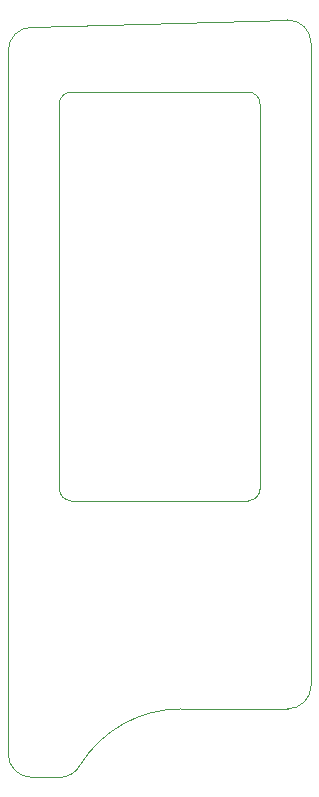
<source format=gbr>
%TF.GenerationSoftware,KiCad,Pcbnew,(7.0.0-0)*%
%TF.CreationDate,2023-04-09T15:45:38-07:00*%
%TF.ProjectId,sofle_click_keyplate_2ndlayer,736f666c-655f-4636-9c69-636b5f6b6579,rev?*%
%TF.SameCoordinates,Original*%
%TF.FileFunction,Profile,NP*%
%FSLAX46Y46*%
G04 Gerber Fmt 4.6, Leading zero omitted, Abs format (unit mm)*
G04 Created by KiCad (PCBNEW (7.0.0-0)) date 2023-04-09 15:45:38*
%MOMM*%
%LPD*%
G01*
G04 APERTURE LIST*
%TA.AperFunction,Profile*%
%ADD10C,0.100000*%
%TD*%
G04 APERTURE END LIST*
D10*
X82519216Y-40759214D02*
X97519214Y-40759214D01*
X81519214Y-74349214D02*
X81519216Y-41759214D01*
X79194214Y-35264214D02*
G75*
G03*
X77194214Y-37264214I-14J-1999986D01*
G01*
X82519214Y-75349214D02*
X97519214Y-75349214D01*
X102844272Y-36638428D02*
G75*
G03*
X100844214Y-34638428I-2000072J-72D01*
G01*
X97519214Y-75349214D02*
G75*
G03*
X98519214Y-74349214I-14J1000014D01*
G01*
X100844214Y-92984214D02*
G75*
G03*
X102844214Y-90984214I-14J2000014D01*
G01*
X91819214Y-92984846D02*
G75*
G03*
X83303814Y-97706604I-14J-10039354D01*
G01*
X77194186Y-96784214D02*
G75*
G03*
X79194214Y-98784214I2000014J14D01*
G01*
X81529214Y-98784219D02*
G75*
G03*
X83303812Y-97706604I-14J2000019D01*
G01*
X98519214Y-41759214D02*
X98519214Y-74349214D01*
X100844214Y-34638428D02*
X79194214Y-35264214D01*
X91819214Y-92984912D02*
X100844214Y-92984214D01*
X102844214Y-90984214D02*
X102844214Y-36638428D01*
X82519216Y-40759216D02*
G75*
G03*
X81519216Y-41759214I-16J-999984D01*
G01*
X77194214Y-96784214D02*
X77194214Y-37264214D01*
X81519186Y-74349214D02*
G75*
G03*
X82519214Y-75349214I1000014J14D01*
G01*
X79194214Y-98784214D02*
X81529214Y-98784214D01*
X98519186Y-41759214D02*
G75*
G03*
X97519214Y-40759214I-999986J14D01*
G01*
M02*

</source>
